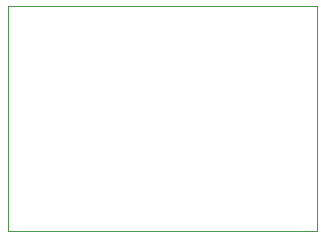
<source format=gbr>
G04 #@! TF.FileFunction,Profile,NP*
%FSLAX46Y46*%
G04 Gerber Fmt 4.6, Leading zero omitted, Abs format (unit mm)*
G04 Created by KiCad (PCBNEW 0.201506122246+5743~23~ubuntu14.10.1-product) date Sun 14 Jun 2015 08:35:05 PM EDT*
%MOMM*%
G01*
G04 APERTURE LIST*
%ADD10C,0.100000*%
G04 APERTURE END LIST*
D10*
X176022000Y-83566000D02*
X149860000Y-83566000D01*
X176022000Y-102616000D02*
X176022000Y-83566000D01*
X149860000Y-102616000D02*
X176022000Y-102616000D01*
X149860000Y-83566000D02*
X149860000Y-102616000D01*
M02*

</source>
